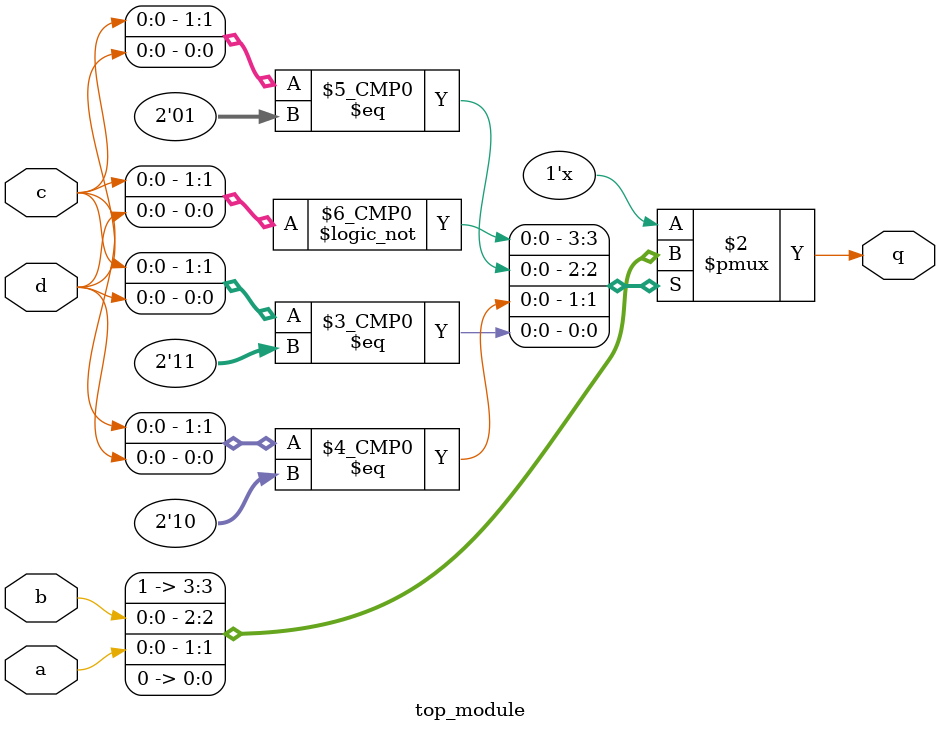
<source format=sv>
module top_module (
    input wire a,
    input wire b,
    input wire c,
    input wire d,
    output reg q
);
    
    always @(*)
    begin
        case ({c, d})
            2'b00: q = 1'b1;
            2'b01: q = b;
            2'b10: q = a;
            2'b11: q = 1'b0;
        endcase
    end

endmodule

</source>
